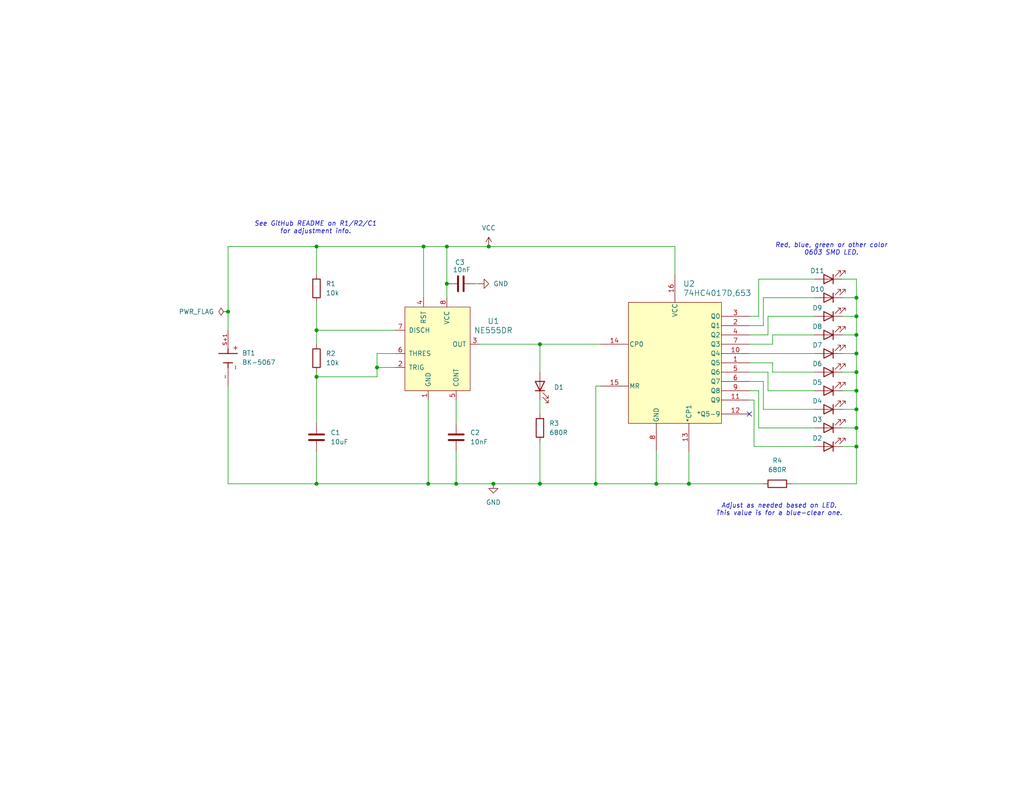
<source format=kicad_sch>
(kicad_sch (version 20231120) (generator "eeschema") (generator_version "8.0")
  (paper "USLetter")
  (title_block (title "BurbSec General Meetup Coin (2025)") (date "2024-12-28") (rev "0.1") (comment 1 "Email: youngd24@gmail.com") (comment 2 "Author: DY"))
  (lib_symbols
    (symbol "BCoin_Symbol_Library:74HC4017D_653" (pin_names (offset 0.254))
      (property "Reference" "U" (at 25.908 9.652 0))
      (property "Value" "74HC4017D_653" (at 34.29 7.112 0))
      (symbol "74HC4017D_653_0_1"
        (pin output line (at 40.64 -11.43 180) (length 7.62) (name "Q5") (number "1"))
        (pin output line (at 40.64 -8.89 180) (length 7.62) (name "Q4") (number "10"))
        (pin output line (at 40.64 -21.59 180) (length 7.62) (name "Q9") (number "11"))
        (pin output line (at 40.64 -25.4 180) (length 7.62) (name "*Q5-9") (number "12"))
        (pin input line (at 24.13 -35.56 90) (length 7.62) (name "*CP1") (number "13"))
        (pin input line (at 0 -6.35 0) (length 7.62) (name "CP0") (number "14"))
        (pin input line (at 0 -17.78 0) (length 7.62) (name "MR") (number "15"))
        (pin power_in line (at 20.32 12.7 270) (length 7.62) (name "VCC") (number "16"))
        (pin output line (at 40.64 -1.27 180) (length 7.62) (name "Q1") (number "2"))
        (pin output line (at 40.64 1.27 180) (length 7.62) (name "Q0") (number "3"))
        (pin output line (at 40.64 -3.81 180) (length 7.62) (name "Q2") (number "4"))
        (pin output line (at 40.64 -13.97 180) (length 7.62) (name "Q6") (number "5"))
        (pin output line (at 40.64 -16.51 180) (length 7.62) (name "Q7") (number "6"))
        (pin output line (at 40.64 -6.35 180) (length 7.62) (name "Q3") (number "7"))
        (pin power_out line (at 15.24 -35.56 90) (length 7.62) (name "GND") (number "8"))
        (pin output line (at 40.64 -19.05 180) (length 7.62) (name "Q8") (number "9"))
      )
      (symbol "74HC4017D_653_1_1"
        (rectangle (start 7.62 5.08) (end 33.02 -27.94) (fill (type background)))
      )
    )
    (symbol "BCoin_Symbol_Library:NE555DR" (pin_names (offset 1.016))
      (property "Reference" "U1" (at 15.24 -3.8414 0))
      (property "Value" "NE555DR" (at 15.24 -6.3814 0))
      (symbol "NE555DR_0_1"
        (rectangle (start -8.89 0) (end 8.89 -22.86) (fill (type background)))
      )
      (symbol "NE555DR_1_1"
        (pin power_in line (at -2.54 -25.4 90) (length 2.54) (name "GND") (number "1"))
        (pin input line (at -11.43 -16.51 0) (length 2.54) (name "TRIG") (number "2"))
        (pin output line (at 11.43 -10.16 180) (length 2.54) (name "OUT") (number "3"))
        (pin input line (at -3.81 2.54 270) (length 2.54) (name "RST") (number "4"))
        (pin bidirectional line (at 5.08 -25.4 90) (length 2.54) (name "CONT") (number "5"))
        (pin input line (at -11.43 -12.7 0) (length 2.54) (name "THRES") (number "6"))
        (pin output line (at -11.43 -6.35 0) (length 2.54) (name "DISCH") (number "7"))
        (pin power_in line (at 2.54 2.54 270) (length 2.54) (name "VCC") (number "8"))
      )
    )
    (symbol "BK-5067:BK-5067" (pin_names (offset 1.016))
      (property "Reference" "BT" (at -6.3614 3.8138 0))
      (property "Value" "BK-5067" (at -6.3618 -6.3579 0))
      (symbol "BK-5067_0_0"
        (polyline (pts (xy -3.302 2.032) (xy -2.286 2.032)) (stroke (width 0.1524)))
        (polyline (pts (xy -2.794 2.54) (xy -2.794 1.524)) (stroke (width 0.1524)))
        (polyline (pts (xy -2.54 0) (xy -1.27 0)) (stroke (width 0.254)))
        (polyline (pts (xy -1.27 0) (xy -1.27 -2.54)) (stroke (width 0.254)))
        (polyline (pts (xy -1.27 2.54) (xy -1.27 0)) (stroke (width 0.254)))
        (polyline (pts (xy 1.27 0) (xy 1.27 -1.27)) (stroke (width 0.254)))
        (polyline (pts (xy 1.27 0) (xy 2.54 0)) (stroke (width 0.254)))
        (polyline (pts (xy 1.27 1.27) (xy 1.27 0)) (stroke (width 0.254)))
        (polyline (pts (xy 2.032 2.032) (xy 3.048 2.032)) (stroke (width 0.1524)))
        (pin passive line (at 7.62 0 180) (length 5.08) (name "~") (number "-"))
        (pin passive line (at -7.62 0 0) (length 5.08) (name "~") (number "S+1"))
      )
    )
    (symbol "Device:C" (pin_numbers hide) (pin_names (offset 0.254))
      (property "Reference" "C" (at 0.635 2.54 0))
      (property "Value" "C" (at 0.635 -2.54 0))
      (symbol "C_0_1"
        (polyline (pts (xy -2.032 -0.762) (xy 2.032 -0.762)) (stroke (width 0.508)))
        (polyline (pts (xy -2.032 0.762) (xy 2.032 0.762)) (stroke (width 0.508)))
      )
      (symbol "C_1_1"
        (pin passive line (at 0 3.81 270) (length 2.794) (name "~") (number "1"))
        (pin passive line (at 0 -3.81 90) (length 2.794) (name "~") (number "2"))
      )
    )
    (symbol "Device:LED" (pin_numbers hide) (pin_names (offset 1.016) hide)
      (property "Reference" "D" (at 0 2.54 0))
      (property "Value" "LED" (at 0 -2.54 0))
      (symbol "LED_0_1"
        (polyline (pts (xy -1.27 -1.27) (xy -1.27 1.27)) (stroke (width 0.254)))
        (polyline (pts (xy -1.27 0) (xy 1.27 0)))
        (polyline (pts (xy 1.27 -1.27) (xy 1.27 1.27) (xy -1.27 0) (xy 1.27 -1.27)) (stroke (width 0.254)))
        (polyline (pts (xy -3.048 -0.762) (xy -4.572 -2.286) (xy -3.81 -2.286) (xy -4.572 -2.286) (xy -4.572 -1.524)))
        (polyline (pts (xy -1.778 -0.762) (xy -3.302 -2.286) (xy -2.54 -2.286) (xy -3.302 -2.286) (xy -3.302 -1.524)))
      )
      (symbol "LED_1_1"
        (pin passive line (at -3.81 0 0) (length 2.54) (name "K") (number "1"))
        (pin passive line (at 3.81 0 180) (length 2.54) (name "A") (number "2"))
      )
    )
    (symbol "Device:R" (pin_numbers hide) (pin_names (offset 0))
      (property "Reference" "R" (at 2.032 0 90))
      (property "Value" "R" (at 0 0 90))
      (symbol "R_0_1"
        (rectangle (start -1.016 -2.54) (end 1.016 2.54) (stroke (width 0.254)))
      )
      (symbol "R_1_1"
        (pin passive line (at 0 3.81 270) (length 1.27) (name "~") (number "1"))
        (pin passive line (at 0 -3.81 90) (length 1.27) (name "~") (number "2"))
      )
    )
    (symbol "LED_1" (pin_numbers hide) (pin_names (offset 1.016) hide)
      (property "Reference" "D" (at 0 2.54 0))
      (property "Value" "LED" (at 0 -2.54 0))
      (symbol "LED_1_0_1"
        (polyline (pts (xy -1.27 -1.27) (xy -1.27 1.27)) (stroke (width 0.254)))
        (polyline (pts (xy -1.27 0) (xy 1.27 0)))
        (polyline (pts (xy 1.27 -1.27) (xy 1.27 1.27) (xy -1.27 0) (xy 1.27 -1.27)) (stroke (width 0.254)))
        (polyline (pts (xy -3.048 -0.762) (xy -4.572 -2.286) (xy -3.81 -2.286) (xy -4.572 -2.286) (xy -4.572 -1.524)))
        (polyline (pts (xy -1.778 -0.762) (xy -3.302 -2.286) (xy -2.54 -2.286) (xy -3.302 -2.286) (xy -3.302 -1.524)))
      )
      (symbol "LED_1_1_1"
        (pin passive line (at -3.81 0 0) (length 2.54) (name "K") (number "1"))
        (pin passive line (at 3.81 0 180) (length 2.54) (name "A") (number "2"))
      )
    )
    (symbol "R_1" (pin_numbers hide) (pin_names (offset 0))
      (property "Reference" "R" (at 2.032 0 90))
      (property "Value" "R" (at 0 0 90))
      (symbol "R_1_0_1"
        (rectangle (start -1.016 -2.54) (end 1.016 2.54) (stroke (width 0.254)))
      )
      (symbol "R_1_1_1"
        (pin passive line (at 0 3.81 270) (length 1.27) (name "~") (number "1"))
        (pin passive line (at 0 -3.81 90) (length 1.27) (name "~") (number "2"))
      )
    )
    (symbol "power:GND" (power) (pin_numbers hide) (pin_names (offset 0) hide)
      (property "Value" "GND" (at 0 -3.81 0))
      (symbol "GND_0_1"
        (polyline (pts (xy 0 0) (xy 0 -1.27) (xy 1.27 -1.27) (xy 0 -2.54) (xy -1.27 -1.27) (xy 0 -1.27)))
      )
      (symbol "GND_1_1"
        (pin power_in line (at 0 0 270) (length 0) (name "~") (number "1"))
      )
    )
    (symbol "power:PWR_FLAG" (power) (pin_numbers hide) (pin_names (offset 0) hide)
      (property "Value" "PWR_FLAG" (at 0 3.81 0))
      (symbol "PWR_FLAG_0_0"
        (pin power_out line (at 0 0 90) (length 0) (name "~") (number "1"))
      )
      (symbol "PWR_FLAG_0_1"
        (polyline (pts (xy 0 0) (xy 0 1.27) (xy -1.016 1.905) (xy 0 2.54) (xy 1.016 1.905) (xy 0 1.27)))
      )
    )
    (symbol "power:VCC" (power) (pin_numbers hide) (pin_names (offset 0) hide)
      (property "Value" "VCC" (at 0 3.556 0))
      (symbol "VCC_0_1"
        (polyline (pts (xy -0.762 1.27) (xy 0 2.54)))
        (polyline (pts (xy 0 0) (xy 0 2.54)))
        (polyline (pts (xy 0 2.54) (xy 0.762 1.27)))
      )
      (symbol "VCC_1_1"
        (pin power_in line (at 0 0 90) (length 0) (name "~") (number "1"))
      )
    )
  )
  (junction (at 233.68 101.6))
  (junction (at 134.62 132.08))
  (junction (at 187.96 132.08))
  (junction (at 86.36 132.08))
  (junction (at 121.92 67.31))
  (junction (at 62.23 85.09))
  (junction (at 86.36 90.17))
  (junction (at 147.32 93.98))
  (junction (at 233.68 91.44))
  (junction (at 121.92 77.47))
  (junction (at 233.68 121.92))
  (junction (at 233.68 86.36))
  (junction (at 233.68 111.76))
  (junction (at 115.57 67.31))
  (junction (at 233.68 106.68))
  (junction (at 124.46 132.08))
  (junction (at 133.35 67.31))
  (junction (at 233.68 81.28))
  (junction (at 86.36 67.31))
  (junction (at 179.07 132.08))
  (junction (at 162.56 132.08))
  (junction (at 233.68 116.84))
  (junction (at 102.87 100.33))
  (junction (at 233.68 96.52))
  (junction (at 86.36 102.87))
  (junction (at 147.32 132.08))
  (junction (at 116.84 132.08))
  (no_connect (at 204.47 113.03))
  (wire (pts (xy 208.28 104.14) (xy 208.28 111.76)))
  (wire (pts (xy 86.36 123.19) (xy 86.36 132.08)))
  (wire (pts (xy 210.82 91.44) (xy 222.25 91.44)))
  (wire (pts (xy 210.82 101.6) (xy 222.25 101.6)))
  (wire (pts (xy 207.01 86.36) (xy 207.01 76.2)))
  (wire (pts (xy 62.23 85.09) (xy 62.23 67.31)))
  (wire (pts (xy 207.01 116.84) (xy 222.25 116.84)))
  (wire (pts (xy 205.74 109.22) (xy 205.74 121.92)))
  (wire (pts (xy 86.36 67.31) (xy 115.57 67.31)))
  (wire (pts (xy 233.68 106.68) (xy 233.68 111.76)))
  (wire (pts (xy 124.46 109.22) (xy 124.46 115.57)))
  (wire (pts (xy 204.47 106.68) (xy 207.01 106.68)))
  (wire (pts (xy 124.46 132.08) (xy 134.62 132.08)))
  (wire (pts (xy 204.47 104.14) (xy 208.28 104.14)))
  (wire (pts (xy 86.36 82.55) (xy 86.36 90.17)))
  (wire (pts (xy 147.32 132.08) (xy 162.56 132.08)))
  (wire (pts (xy 62.23 90.17) (xy 62.23 85.09)))
  (wire (pts (xy 210.82 99.06) (xy 210.82 101.6)))
  (wire (pts (xy 121.92 77.47) (xy 121.92 81.28)))
  (wire (pts (xy 210.82 93.98) (xy 210.82 91.44)))
  (wire (pts (xy 233.68 132.08) (xy 215.9 132.08)))
  (wire (pts (xy 233.68 91.44) (xy 233.68 96.52)))
  (wire (pts (xy 207.01 106.68) (xy 207.01 116.84)))
  (wire (pts (xy 229.87 76.2) (xy 233.68 76.2)))
  (wire (pts (xy 102.87 100.33) (xy 102.87 102.87)))
  (wire (pts (xy 107.95 96.52) (xy 102.87 96.52)))
  (wire (pts (xy 205.74 121.92) (xy 222.25 121.92)))
  (wire (pts (xy 208.28 111.76) (xy 222.25 111.76)))
  (wire (pts (xy 207.01 86.36) (xy 204.47 86.36)))
  (wire (pts (xy 209.55 101.6) (xy 209.55 106.68)))
  (wire (pts (xy 130.81 93.98) (xy 147.32 93.98)))
  (wire (pts (xy 162.56 132.08) (xy 179.07 132.08)))
  (wire (pts (xy 204.47 109.22) (xy 205.74 109.22)))
  (wire (pts (xy 116.84 132.08) (xy 124.46 132.08)))
  (wire (pts (xy 179.07 132.08) (xy 187.96 132.08)))
  (wire (pts (xy 162.56 105.41) (xy 162.56 132.08)))
  (wire (pts (xy 121.92 67.31) (xy 133.35 67.31)))
  (wire (pts (xy 147.32 120.65) (xy 147.32 132.08)))
  (wire (pts (xy 204.47 99.06) (xy 210.82 99.06)))
  (wire (pts (xy 86.36 67.31) (xy 86.36 74.93)))
  (wire (pts (xy 86.36 102.87) (xy 86.36 115.57)))
  (wire (pts (xy 133.35 67.31) (xy 184.15 67.31)))
  (wire (pts (xy 208.28 81.28) (xy 222.25 81.28)))
  (wire (pts (xy 187.96 123.19) (xy 187.96 132.08)))
  (wire (pts (xy 86.36 101.6) (xy 86.36 102.87)))
  (wire (pts (xy 204.47 91.44) (xy 209.55 91.44)))
  (wire (pts (xy 209.55 106.68) (xy 222.25 106.68)))
  (wire (pts (xy 62.23 132.08) (xy 86.36 132.08)))
  (wire (pts (xy 229.87 116.84) (xy 233.68 116.84)))
  (wire (pts (xy 102.87 102.87) (xy 86.36 102.87)))
  (wire (pts (xy 121.92 67.31) (xy 121.92 77.47)))
  (wire (pts (xy 62.23 105.41) (xy 62.23 132.08)))
  (wire (pts (xy 229.87 111.76) (xy 233.68 111.76)))
  (wire (pts (xy 86.36 90.17) (xy 107.95 90.17)))
  (wire (pts (xy 102.87 96.52) (xy 102.87 100.33)))
  (wire (pts (xy 233.68 116.84) (xy 233.68 121.92)))
  (wire (pts (xy 134.62 132.08) (xy 147.32 132.08)))
  (wire (pts (xy 209.55 86.36) (xy 222.25 86.36)))
  (wire (pts (xy 107.95 100.33) (xy 102.87 100.33)))
  (wire (pts (xy 229.87 106.68) (xy 233.68 106.68)))
  (wire (pts (xy 229.87 96.52) (xy 233.68 96.52)))
  (wire (pts (xy 147.32 93.98) (xy 147.32 101.6)))
  (wire (pts (xy 147.32 93.98) (xy 163.83 93.98)))
  (wire (pts (xy 233.68 111.76) (xy 233.68 116.84)))
  (wire (pts (xy 115.57 67.31) (xy 115.57 81.28)))
  (wire (pts (xy 129.54 77.47) (xy 130.81 77.47)))
  (wire (pts (xy 204.47 88.9) (xy 208.28 88.9)))
  (wire (pts (xy 207.01 76.2) (xy 222.25 76.2)))
  (wire (pts (xy 233.68 86.36) (xy 233.68 91.44)))
  (wire (pts (xy 229.87 101.6) (xy 233.68 101.6)))
  (wire (pts (xy 233.68 121.92) (xy 233.68 132.08)))
  (wire (pts (xy 163.83 105.41) (xy 162.56 105.41)))
  (wire (pts (xy 204.47 96.52) (xy 222.25 96.52)))
  (wire (pts (xy 116.84 109.22) (xy 116.84 132.08)))
  (wire (pts (xy 208.28 88.9) (xy 208.28 81.28)))
  (wire (pts (xy 229.87 81.28) (xy 233.68 81.28)))
  (wire (pts (xy 233.68 76.2) (xy 233.68 81.28)))
  (wire (pts (xy 86.36 132.08) (xy 116.84 132.08)))
  (wire (pts (xy 179.07 123.19) (xy 179.07 132.08)))
  (wire (pts (xy 209.55 91.44) (xy 209.55 86.36)))
  (wire (pts (xy 204.47 93.98) (xy 210.82 93.98)))
  (wire (pts (xy 233.68 101.6) (xy 233.68 106.68)))
  (wire (pts (xy 233.68 96.52) (xy 233.68 101.6)))
  (wire (pts (xy 204.47 101.6) (xy 209.55 101.6)))
  (wire (pts (xy 147.32 109.22) (xy 147.32 113.03)))
  (wire (pts (xy 86.36 90.17) (xy 86.36 93.98)))
  (wire (pts (xy 229.87 86.36) (xy 233.68 86.36)))
  (wire (pts (xy 184.15 67.31) (xy 184.15 74.93)))
  (wire (pts (xy 233.68 81.28) (xy 233.68 86.36)))
  (wire (pts (xy 115.57 67.31) (xy 121.92 67.31)))
  (wire (pts (xy 62.23 67.31) (xy 86.36 67.31)))
  (wire (pts (xy 229.87 121.92) (xy 233.68 121.92)))
  (wire (pts (xy 187.96 132.08) (xy 208.28 132.08)))
  (wire (pts (xy 229.87 91.44) (xy 233.68 91.44)))
  (wire (pts (xy 124.46 123.19) (xy 124.46 132.08)))
  (text "Adjust as needed based on LED.\nThis value is for a blue-clear one." (exclude_from_sim yes) (at 212.598 139.192 0) (effects (font (size 1.27 1.27) (italic yes))))
  (text "Red, blue, green or other color\n0603 SMD LED." (exclude_from_sim yes) (at 226.822 68.072 0) (effects (font (size 1.27 1.27) (italic yes))))
  (text "See GitHub README on R1/R2/C1\nfor adjustment info." (exclude_from_sim yes) (at 86.106 62.23 0) (effects (font (size 1.27 1.27) (italic yes))))
  (symbol (lib_id "BCoin_Symbol_Library:74HC4017D_653") (at 163.83 87.63 0) (unit 1)
    (property "Reference" "U2" (at 186.3441 77.47 0) (effects (font (size 1.524 1.524)) (justify left)))
    (property "Value" "74HC4017D,653" (at 186.3441 80.01 0) (effects (font (size 1.524 1.524)) (justify left)))
    (property "Footprint" "footprints:SO16_SOT109-1_NEX" (effects (hide yes)))
    (property "Datasheet" "https://www.digikey.com/en/products/detail/nexperia-usa-inc/74HC4017D-653/1230369" (effects (hide yes)))
    (property "Description" "IC DECADE COUNTER 10BIT 16SO" (effects (hide yes)))
  )
  (symbol (lib_id "Device:LED") (at 226.06 111.76 180) (unit 1)
    (property "Reference" "D4" (at 223.012 109.474 0))
    (property "Value" "LED GREEN CLEAR 0603 SMD" (effects (hide yes)))
    (property "Footprint" "LED_SMD:LED_0603_1608Metric" (effects (hide yes)))
    (property "Datasheet" "https://www.digikey.com/en/products/detail/w%C3%BCrth-elektronik/150060VS75000/4489906" (effects (hide yes)))
    (property "Description" "Light emitting diode" (effects (hide yes)))
  )
  (symbol (lib_id "Device:R") (at 86.36 78.74 0) (unit 1)
    (property "Reference" "R1" (at 88.9 77.4699 0) (effects (justify left)))
    (property "Value" "10k" (at 88.9 80.0099 0) (effects (justify left)))
    (property "Footprint" "Resistor_SMD:R_0603_1608Metric" (effects (hide yes)))
    (property "Datasheet" "https://mm.digikey.com/Volume0/opasdata/d220001/medias/docus/39/RC_Series_ds.pdf" (effects (hide yes)))
    (property "Description" "Resistor" (effects (hide yes)))
  )
  (symbol (lib_id "Device:LED") (at 226.06 81.28 180) (unit 1)
    (property "Reference" "D10" (at 223.012 78.994 0))
    (property "Value" "LED GREEN CLEAR 0603 SMD" (effects (hide yes)))
    (property "Footprint" "LED_SMD:LED_0603_1608Metric" (effects (hide yes)))
    (property "Datasheet" "https://www.digikey.com/en/products/detail/w%C3%BCrth-elektronik/150060VS75000/4489906" (effects (hide yes)))
    (property "Description" "Light emitting diode" (effects (hide yes)))
  )
  (symbol (lib_name "LED_1") (lib_id "Device:LED") (at 226.06 76.2 180) (unit 1)
    (property "Reference" "D11" (at 223.012 73.914 0))
    (property "Value" "LED GREEN CLEAR 0603 SMD" (effects (hide yes)))
    (property "Footprint" "LED_SMD:LED_0603_1608Metric" (effects (hide yes)))
    (property "Datasheet" "https://www.digikey.com/en/products/detail/w%C3%BCrth-elektronik/150060VS75000/4489906" (effects (hide yes)))
    (property "Description" "Light emitting diode" (effects (hide yes)))
    (property "MPN" "150060VS75000" (effects (hide yes)))
  )
  (symbol (lib_id "Device:LED") (at 226.06 116.84 180) (unit 1)
    (property "Reference" "D3" (at 223.012 114.554 0))
    (property "Value" "LED GREEN CLEAR 0603 SMD" (effects (hide yes)))
    (property "Footprint" "LED_SMD:LED_0603_1608Metric" (effects (hide yes)))
    (property "Datasheet" "https://www.digikey.com/en/products/detail/w%C3%BCrth-elektronik/150060VS75000/4489906" (effects (hide yes)))
    (property "Description" "Light emitting diode" (effects (hide yes)))
  )
  (symbol (lib_id "Device:LED") (at 226.06 91.44 180) (unit 1)
    (property "Reference" "D8" (at 223.012 89.154 0))
    (property "Value" "LED GREEN CLEAR 0603 SMD" (effects (hide yes)))
    (property "Footprint" "LED_SMD:LED_0603_1608Metric" (effects (hide yes)))
    (property "Datasheet" "https://www.digikey.com/en/products/detail/w%C3%BCrth-elektronik/150060VS75000/4489906" (effects (hide yes)))
    (property "Description" "Light emitting diode" (effects (hide yes)))
  )
  (symbol (lib_id "BCoin_Symbol_Library:NE555DR") (at 119.38 83.82 0) (unit 1)
    (property "Reference" "U1" (at 134.62 87.6614 0) (effects (font (size 1.524 1.524))))
    (property "Value" "NE555DR" (at 134.62 90.2014 0) (effects (font (size 1.524 1.524))))
    (property "Footprint" "digikey-footprints:SOIC-8_W3.9mm" (effects (hide yes)))
    (property "Datasheet" "http://www.ti.com/general/docs/suppproductinfo.tsp?distId=10&gotoUrl=http%3A%2F%2Fwww.ti.com%2Flit%2Fgpn%2Fne555" (effects (hide yes)))
    (property "Description" "IC OSC SGL TIMER 100KHZ 8-SOIC" (effects (hide yes)))
    (property "Digi-Key_PN" "296-6501-1-ND" (effects (hide yes)))
    (property "MPN" "NE555DR" (effects (hide yes)))
    (property "Category" "Integrated Circuits (ICs)" (effects (hide yes)))
    (property "Family" "Clock/Timing - Programmable Timers and Oscillators" (effects (hide yes)))
    (property "DK_Datasheet_Link" "http://www.ti.com/general/docs/suppproductinfo.tsp?distId=10&gotoUrl=http%3A%2F%2Fwww.ti.com%2Flit%2Fgpn%2Fne555" (effects (hide yes)))
    (property "DK_Detail_Page" "/product-detail/en/texas-instruments/NE555DR/296-6501-1-ND/372490" (effects (hide yes)))
    (property "Description_1" "IC OSC SGL TIMER 100KHZ 8-SOIC" (effects (hide yes)))
    (property "Manufacturer" "Texas Instruments" (effects (hide yes)))
    (property "Status" "Active" (effects (hide yes)))
  )
  (symbol (lib_name "R_1") (lib_id "Device:R") (at 212.09 132.08 90) (unit 1)
    (property "Reference" "R4" (at 212.09 125.73 90))
    (property "Value" "680R" (at 212.09 128.27 90))
    (property "Footprint" "Resistor_SMD:R_0603_1608Metric" (effects (hide yes)))
    (property "Datasheet" "https://mm.digikey.com/Volume0/opasdata/d220001/medias/docus/39/RC_Series_ds.pdf" (effects (hide yes)))
    (property "Description" "Resistor" (effects (hide yes)))
  )
  (symbol (lib_id "power:GND") (at 130.81 77.47 90) (unit 1)
    (property "Reference" "#PWR03" (effects (hide yes)))
    (property "Value" "GND" (at 134.62 77.4699 90) (effects (justify right)))
    (property "Description" "Power symbol creates a global label with name \"GND\" , ground" (effects (hide yes)))
  )
  (symbol (lib_id "Device:LED") (at 226.06 106.68 180) (unit 1)
    (property "Reference" "D5" (at 223.012 104.394 0))
    (property "Value" "LED GREEN CLEAR 0603 SMD" (effects (hide yes)))
    (property "Footprint" "LED_SMD:LED_0603_1608Metric" (effects (hide yes)))
    (property "Datasheet" "https://www.digikey.com/en/products/detail/w%C3%BCrth-elektronik/150060VS75000/4489906" (effects (hide yes)))
    (property "Description" "Light emitting diode" (effects (hide yes)))
  )
  (symbol (lib_id "Device:C") (at 86.36 119.38 0) (unit 1)
    (property "Reference" "C1" (at 90.17 118.1099 0) (effects (justify left)))
    (property "Value" "10uF" (at 90.17 120.6499 0) (effects (justify left)))
    (property "Footprint" "Capacitor_SMD:C_0805_2012Metric" (effects (hide yes)))
    (property "Datasheet" "https://mm.digikey.com/Volume0/opasdata/d220001/medias/docus/609/CL21A106KOQNNNE_Spec.pdf" (effects (hide yes)))
    (property "Description" "Unpolarized capacitor" (effects (hide yes)))
  )
  (symbol (lib_id "power:PWR_FLAG") (at 62.23 85.09 90) (unit 1)
    (property "Reference" "#FLG01" (effects (hide yes)))
    (property "Value" "PWR_FLAG" (at 58.42 85.0899 90) (effects (justify left)))
    (property "Description" "Special symbol for telling ERC where power comes from" (effects (hide yes)))
  )
  (symbol (lib_id "Device:LED") (at 226.06 101.6 180) (unit 1)
    (property "Reference" "D6" (at 223.012 99.314 0))
    (property "Value" "LED GREEN CLEAR 0603 SMD" (effects (hide yes)))
    (property "Footprint" "LED_SMD:LED_0603_1608Metric" (effects (hide yes)))
    (property "Datasheet" "https://www.digikey.com/en/products/detail/w%C3%BCrth-elektronik/150060VS75000/4489906" (effects (hide yes)))
    (property "Description" "Light emitting diode" (effects (hide yes)))
  )
  (symbol (lib_id "power:GND") (at 134.62 132.08 0) (unit 1)
    (property "Reference" "#PWR01" (effects (hide yes)))
    (property "Value" "GND" (at 134.62 137.16 0))
    (property "Description" "Power symbol creates a global label with name \"GND\" , ground" (effects (hide yes)))
  )
  (symbol (lib_id "Device:R") (at 86.36 97.79 0) (unit 1)
    (property "Reference" "R2" (at 88.9 96.5199 0) (effects (justify left)))
    (property "Value" "10k" (at 88.9 99.0599 0) (effects (justify left)))
    (property "Footprint" "Resistor_SMD:R_0603_1608Metric" (effects (hide yes)))
    (property "Datasheet" "https://mm.digikey.com/Volume0/opasdata/d220001/medias/docus/39/RC_Series_ds.pdf" (effects (hide yes)))
    (property "Description" "Resistor" (effects (hide yes)))
  )
  (symbol (lib_id "power:VCC") (at 133.35 67.31 0) (unit 1)
    (property "Reference" "#PWR02" (effects (hide yes)))
    (property "Value" "VCC" (at 133.35 62.23 0))
    (property "Description" "Power symbol creates a global label with name \"VCC\"" (effects (hide yes)))
  )
  (symbol (lib_id "Device:LED") (at 226.06 121.92 180) (unit 1)
    (property "Reference" "D2" (at 223.012 119.634 0))
    (property "Value" "LED GREEN CLEAR 0603 SMD" (effects (hide yes)))
    (property "Footprint" "LED_SMD:LED_0603_1608Metric" (effects (hide yes)))
    (property "Datasheet" "https://www.digikey.com/en/products/detail/w%C3%BCrth-elektronik/150060VS75000/4489906" (effects (hide yes)))
    (property "Description" "Light emitting diode" (effects (hide yes)))
  )
  (symbol (lib_id "Device:LED") (at 226.06 96.52 180) (unit 1)
    (property "Reference" "D7" (at 223.012 94.234 0))
    (property "Value" "LED GREEN CLEAR 0603 SMD" (effects (hide yes)))
    (property "Footprint" "LED_SMD:LED_0603_1608Metric" (effects (hide yes)))
    (property "Datasheet" "https://www.digikey.com/en/products/detail/w%C3%BCrth-elektronik/150060VS75000/4489906" (effects (hide yes)))
    (property "Description" "Light emitting diode" (effects (hide yes)))
  )
  (symbol (lib_id "Device:LED") (at 147.32 105.41 90) (unit 1)
    (property "Reference" "D1" (at 151.13 105.7274 90) (effects (justify right)))
    (property "Value" "LED RED CLEAR 0603 SMD" (effects (hide yes)))
    (property "Footprint" "LED_SMD:LED_0603_1608Metric" (effects (hide yes)))
    (property "Datasheet" "https://www.digikey.com/en/products/detail/w%C3%BCrth-elektronik/150060SS75000/4489903" (effects (hide yes)))
    (property "Description" "Light emitting diode" (effects (hide yes)))
    (property "MPN" "150060SS75000" (effects (hide yes)))
  )
  (symbol (lib_id "Device:C") (at 125.73 77.47 90) (unit 1)
    (property "Reference" "C3" (at 125.476 71.628 90))
    (property "Value" "10nF" (at 125.984 73.66 90))
    (property "Footprint" "Capacitor_SMD:C_0603_1608Metric" (effects (hide yes)))
    (property "Datasheet" "https://mm.digikey.com/Volume0/opasdata/d220001/medias/docus/5458/CL10B103KO8WPNC_Spec.pdf" (effects (hide yes)))
    (property "Description" "Unpolarized capacitor" (effects (hide yes)))
  )
  (symbol (lib_id "Device:R") (at 147.32 116.84 0) (unit 1)
    (property "Reference" "R3" (at 149.86 115.5699 0) (effects (justify left)))
    (property "Value" "680R" (at 149.86 118.1099 0) (effects (justify left)))
    (property "Footprint" "Resistor_SMD:R_0603_1608Metric" (effects (hide yes)))
    (property "Datasheet" "https://mm.digikey.com/Volume0/opasdata/d220001/medias/docus/39/RC_Series_ds.pdf" (effects (hide yes)))
    (property "Description" "Resistor" (effects (hide yes)))
  )
  (symbol (lib_id "Device:C") (at 124.46 119.38 0) (unit 1)
    (property "Reference" "C2" (at 128.27 118.1099 0) (effects (justify left)))
    (property "Value" "10nF" (at 128.27 120.6499 0) (effects (justify left)))
    (property "Footprint" "Capacitor_SMD:C_0603_1608Metric" (effects (hide yes)))
    (property "Datasheet" "https://mm.digikey.com/Volume0/opasdata/d220001/medias/docus/5458/CL10B103KO8WPNC_Spec.pdf" (effects (hide yes)))
    (property "Description" "Unpolarized capacitor" (effects (hide yes)))
  )
  (symbol (lib_id "BK-5067:BK-5067") (at 62.23 97.79 270) (unit 1)
    (property "Reference" "BT1" (at 66.04 96.3929 90) (effects (justify left)))
    (property "Value" "BK-5067" (at 66.04 98.9329 90) (effects (justify left)))
    (property "Footprint" "BCoin_Footprint_Library:BAT_BK-5067" (effects (hide yes)))
    (property "PARTREV" "D" (effects (hide yes)))
    (property "STANDARD" "Manufacturer Recommendations" (effects (hide yes)))
    (property "MAXIMUM_PACKAGE_HEIGHT" "2.28mm" (effects (hide yes)))
    (property "MANUFACTURER" "MPD" (effects (hide yes)))
  )
  (symbol (lib_id "Device:LED") (at 226.06 86.36 180) (unit 1)
    (property "Reference" "D9" (at 223.012 84.074 0))
    (property "Value" "LED GREEN CLEAR 0603 SMD" (effects (hide yes)))
    (property "Footprint" "LED_SMD:LED_0603_1608Metric" (effects (hide yes)))
    (property "Datasheet" "https://www.digikey.com/en/products/detail/w%C3%BCrth-elektronik/150060VS75000/4489906" (effects (hide yes)))
    (property "Description" "Light emitting diode" (effects (hide yes)))
  )
)
</source>
